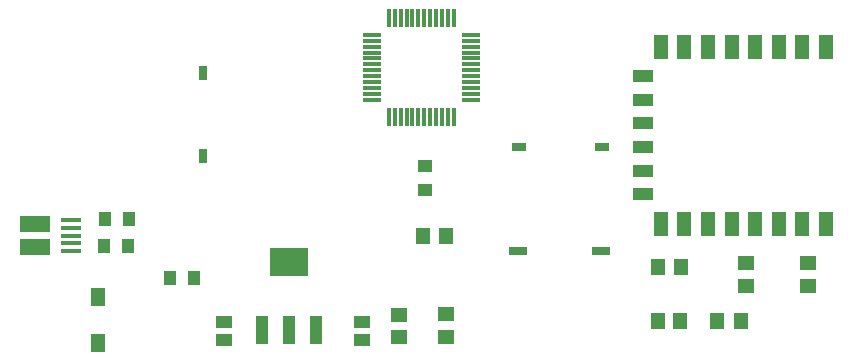
<source format=gtp>
G04*
G04 #@! TF.GenerationSoftware,Altium Limited,Altium Designer,18.1.6 (161)*
G04*
G04 Layer_Color=8421504*
%FSLAX25Y25*%
%MOIN*%
G70*
G01*
G75*
%ADD18R,0.05512X0.04724*%
%ADD19R,0.05000X0.03937*%
%ADD20R,0.03937X0.05000*%
%ADD21R,0.04724X0.05512*%
%ADD22R,0.09843X0.05610*%
%ADD23R,0.06890X0.01575*%
%ADD24R,0.06299X0.03150*%
%ADD25R,0.04724X0.05906*%
%ADD26R,0.04724X0.03150*%
%ADD27R,0.04724X0.07874*%
%ADD28R,0.06693X0.04331*%
%ADD29R,0.05512X0.04331*%
%ADD30R,0.12992X0.09449*%
%ADD31R,0.03937X0.09449*%
G04:AMPARAMS|DCode=32|XSize=11.02mil|YSize=61.42mil|CornerRadius=2.76mil|HoleSize=0mil|Usage=FLASHONLY|Rotation=90.000|XOffset=0mil|YOffset=0mil|HoleType=Round|Shape=RoundedRectangle|*
%AMROUNDEDRECTD32*
21,1,0.01102,0.05591,0,0,90.0*
21,1,0.00551,0.06142,0,0,90.0*
1,1,0.00551,0.02795,0.00276*
1,1,0.00551,0.02795,-0.00276*
1,1,0.00551,-0.02795,-0.00276*
1,1,0.00551,-0.02795,0.00276*
%
%ADD32ROUNDEDRECTD32*%
G04:AMPARAMS|DCode=33|XSize=11.02mil|YSize=61.42mil|CornerRadius=2.76mil|HoleSize=0mil|Usage=FLASHONLY|Rotation=0.000|XOffset=0mil|YOffset=0mil|HoleType=Round|Shape=RoundedRectangle|*
%AMROUNDEDRECTD33*
21,1,0.01102,0.05591,0,0,0.0*
21,1,0.00551,0.06142,0,0,0.0*
1,1,0.00551,0.00276,-0.02795*
1,1,0.00551,-0.00276,-0.02795*
1,1,0.00551,-0.00276,0.02795*
1,1,0.00551,0.00276,0.02795*
%
%ADD33ROUNDEDRECTD33*%
%ADD34R,0.03150X0.04724*%
D18*
X265601Y32449D02*
D03*
Y24969D02*
D03*
X245013Y32449D02*
D03*
Y24969D02*
D03*
X129176Y7694D02*
D03*
Y15175D02*
D03*
X144685Y7673D02*
D03*
Y15547D02*
D03*
D19*
X137842Y64848D02*
D03*
Y56848D02*
D03*
D20*
X52878Y27624D02*
D03*
X60878D02*
D03*
X30982Y38314D02*
D03*
X38982D02*
D03*
X39228Y47304D02*
D03*
X31228D02*
D03*
D21*
X223098Y31215D02*
D03*
X215618D02*
D03*
X215504Y13250D02*
D03*
X222984D02*
D03*
X235275Y13239D02*
D03*
X243149D02*
D03*
X137132Y41616D02*
D03*
X145006D02*
D03*
D22*
X7879Y37774D02*
D03*
Y45353D02*
D03*
D23*
X19985Y36445D02*
D03*
Y39004D02*
D03*
Y41563D02*
D03*
Y44122D02*
D03*
Y46681D02*
D03*
D24*
X168952Y36584D02*
D03*
X196511D02*
D03*
D25*
X28869Y21330D02*
D03*
Y5976D02*
D03*
D26*
X169261Y71198D02*
D03*
X196820D02*
D03*
D27*
X271555Y45571D02*
D03*
X263681D02*
D03*
X255807D02*
D03*
X247933D02*
D03*
X240059D02*
D03*
X232185D02*
D03*
X224311D02*
D03*
X216437D02*
D03*
Y104626D02*
D03*
X224311D02*
D03*
X232185D02*
D03*
X240059D02*
D03*
X247933D02*
D03*
X255807D02*
D03*
X263681D02*
D03*
X271555D02*
D03*
D28*
X210531Y55413D02*
D03*
Y63287D02*
D03*
Y71161D02*
D03*
Y79035D02*
D03*
Y86910D02*
D03*
Y94784D02*
D03*
D29*
X70921Y12795D02*
D03*
Y6890D02*
D03*
X116720D02*
D03*
Y12795D02*
D03*
D30*
X92528Y32874D02*
D03*
D31*
X83472Y10039D02*
D03*
X92528D02*
D03*
X101583D02*
D03*
D32*
X120177Y108563D02*
D03*
Y106595D02*
D03*
Y104626D02*
D03*
Y102657D02*
D03*
Y100689D02*
D03*
Y98721D02*
D03*
Y96752D02*
D03*
Y94784D02*
D03*
Y92815D02*
D03*
Y90847D02*
D03*
Y88878D02*
D03*
Y86910D02*
D03*
X153091D02*
D03*
Y88878D02*
D03*
Y90847D02*
D03*
Y92815D02*
D03*
Y94784D02*
D03*
Y96752D02*
D03*
Y98721D02*
D03*
Y100689D02*
D03*
Y102657D02*
D03*
Y104626D02*
D03*
Y106595D02*
D03*
Y108563D02*
D03*
D33*
X125807Y81279D02*
D03*
X127776D02*
D03*
X129744D02*
D03*
X131713D02*
D03*
X133681D02*
D03*
X135650D02*
D03*
X137618D02*
D03*
X139587D02*
D03*
X141555D02*
D03*
X143524D02*
D03*
X145492D02*
D03*
X147461D02*
D03*
Y114193D02*
D03*
X145492D02*
D03*
X143524D02*
D03*
X141555D02*
D03*
X139587D02*
D03*
X137618D02*
D03*
X135650D02*
D03*
X133681D02*
D03*
X131713D02*
D03*
X129744D02*
D03*
X127776D02*
D03*
X125807D02*
D03*
D34*
X63779Y68209D02*
D03*
Y95768D02*
D03*
M02*

</source>
